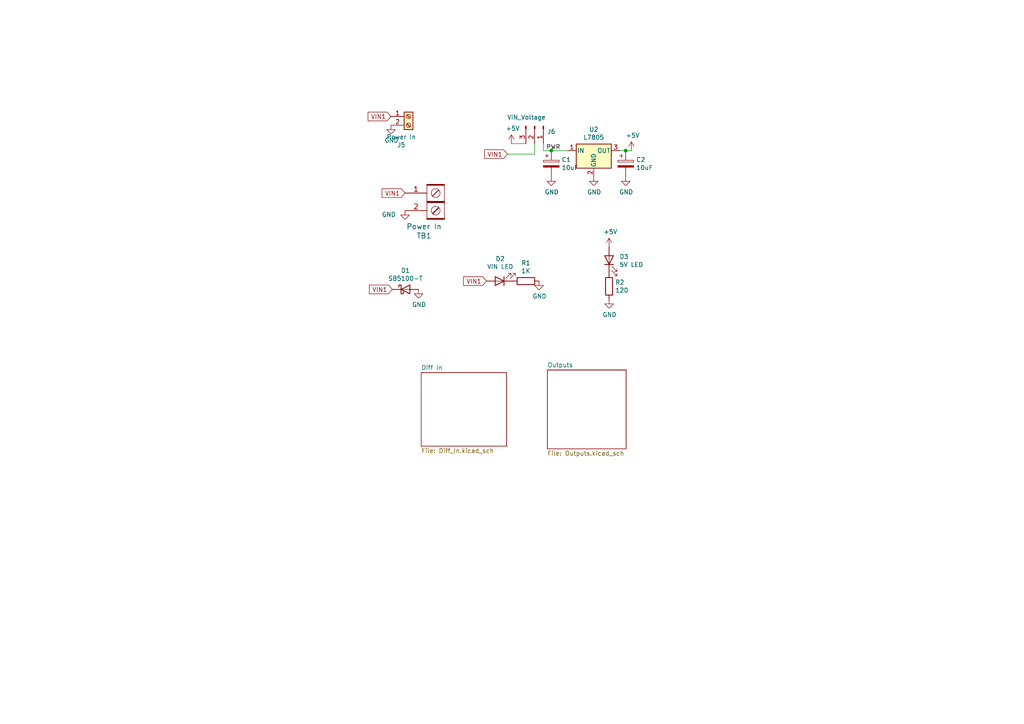
<source format=kicad_sch>
(kicad_sch (version 20211123) (generator eeschema)
  (paper "A4")
  (title_block (title "Receiver Out") (date "2019-12-31") (rev "v1") (company "Scott Hanson"))
  (lib_symbols
    (symbol "Barrier_Blocks:BARRIER_BLOCK_1ROW_2POS" (pin_names (offset 1.016) hide)
      (property "Reference" "TB" (at 0.127 -6.731 0))
      (property "Value" "BARRIER_BLOCK_1ROW_2POS" (at 0.254 6.35 0))
      (symbol "BARRIER_BLOCK_1ROW_2POS_0_1"
        (rectangle (start -2.54 5.08) (end 2.54 -5.08))
        (circle (center 0 -2.54) (radius 1.27))
        (polyline (pts (xy -2.54 -4.699) (xy -2.54 -5.08) (xy 2.54 -5.08) (xy 2.54 -4.699)) (fill (type outline)))
        (polyline (pts (xy -2.54 0.254) (xy -2.54 -0.254) (xy 2.54 -0.254) (xy 2.54 0.254)) (fill (type outline)))
        (polyline (pts (xy -2.54 4.699) (xy -2.54 5.08) (xy 2.54 5.08) (xy 2.54 4.699)) (fill (type outline)))
        (polyline (pts (xy -0.8382 -3.5052) (xy -0.9652 -3.3782) (xy 0.8128 -1.6002) (xy 0.9652 -1.7018) (xy -0.8382 -3.5052)) (fill (type outline)))
        (polyline (pts (xy -0.8382 1.5748) (xy -0.9652 1.6764) (xy -0.0508 2.5908) (xy 0.8382 3.4798) (xy 0.9652 3.3528) (xy 0.9652 3.3528)) (fill (type outline)))
        (circle (center 0 2.54) (radius 1.27))
      )
      (symbol "BARRIER_BLOCK_1ROW_2POS_1_1"
        (pin passive line (at -8.89 2.54 0) (length 6.35) (name "P1") (number "1"))
        (pin passive line (at -8.89 -2.54 0) (length 6.35) (name "P2") (number "2"))
      )
    )
    (symbol "Connector:Conn_01x03_Male" (pin_names (offset 1.016) hide)
      (property "Reference" "J" (at 0 5.08 0))
      (property "Value" "Conn_01x03_Male" (at 0 -5.08 0))
      (symbol "Conn_01x03_Male_1_1"
        (polyline (pts (xy 1.27 -2.54) (xy 0.8636 -2.54)) (stroke (width 0.1524)))
        (polyline (pts (xy 1.27 0) (xy 0.8636 0)) (stroke (width 0.1524)))
        (polyline (pts (xy 1.27 2.54) (xy 0.8636 2.54)) (stroke (width 0.1524)))
        (rectangle (start 0.8636 -2.413) (end 0 -2.667) (stroke (width 0.1524)) (fill (type outline)))
        (rectangle (start 0.8636 0.127) (end 0 -0.127) (stroke (width 0.1524)) (fill (type outline)))
        (rectangle (start 0.8636 2.667) (end 0 2.413) (stroke (width 0.1524)) (fill (type outline)))
        (pin passive line (at 5.08 2.54 180) (length 3.81) (name "Pin_1") (number "1"))
        (pin passive line (at 5.08 0 180) (length 3.81) (name "Pin_2") (number "2"))
        (pin passive line (at 5.08 -2.54 180) (length 3.81) (name "Pin_3") (number "3"))
      )
    )
    (symbol "Connector:Screw_Terminal_01x02" (pin_names (offset 1.016) hide)
      (property "Reference" "J" (at 0 2.54 0))
      (property "Value" "Screw_Terminal_01x02" (at 0 -5.08 0))
      (symbol "Screw_Terminal_01x02_1_1"
        (rectangle (start -1.27 1.27) (end 1.27 -3.81) (stroke (width 0.254)) (fill (type background)))
        (circle (center 0 -2.54) (radius 0.635) (stroke (width 0.1524)))
        (polyline (pts (xy -0.5334 -2.2098) (xy 0.3302 -3.048)) (stroke (width 0.1524)))
        (polyline (pts (xy -0.5334 0.3302) (xy 0.3302 -0.508)) (stroke (width 0.1524)))
        (polyline (pts (xy -0.3556 -2.032) (xy 0.508 -2.8702)) (stroke (width 0.1524)))
        (polyline (pts (xy -0.3556 0.508) (xy 0.508 -0.3302)) (stroke (width 0.1524)))
        (circle (center 0 0) (radius 0.635) (stroke (width 0.1524)))
        (pin passive line (at -5.08 0 0) (length 3.81) (name "Pin_1") (number "1"))
        (pin passive line (at -5.08 -2.54 0) (length 3.81) (name "Pin_2") (number "2"))
      )
    )
    (symbol "Device:D_Schottky" (pin_numbers hide) (pin_names (offset 1.016) hide)
      (property "Reference" "D" (at 0 2.54 0))
      (property "Value" "D_Schottky" (at 0 -2.54 0))
      (symbol "D_Schottky_0_1"
        (polyline (pts (xy 1.27 0) (xy -1.27 0)))
        (polyline (pts (xy 1.27 1.27) (xy 1.27 -1.27) (xy -1.27 0) (xy 1.27 1.27)) (stroke (width 0.254)))
        (polyline (pts (xy -1.905 0.635) (xy -1.905 1.27) (xy -1.27 1.27) (xy -1.27 -1.27) (xy -0.635 -1.27) (xy -0.635 -0.635)) (stroke (width 0.254)))
      )
      (symbol "D_Schottky_1_1"
        (pin passive line (at -3.81 0 0) (length 2.54) (name "K") (number "1"))
        (pin passive line (at 3.81 0 180) (length 2.54) (name "A") (number "2"))
      )
    )
    (symbol "Device:LED" (pin_numbers hide) (pin_names (offset 1.016) hide)
      (property "Reference" "D" (at 0 2.54 0))
      (property "Value" "LED" (at 0 -2.54 0))
      (symbol "LED_0_1"
        (polyline (pts (xy -1.27 -1.27) (xy -1.27 1.27)) (stroke (width 0.254)))
        (polyline (pts (xy -1.27 0) (xy 1.27 0)))
        (polyline (pts (xy 1.27 -1.27) (xy 1.27 1.27) (xy -1.27 0) (xy 1.27 -1.27)) (stroke (width 0.254)))
        (polyline (pts (xy -3.048 -0.762) (xy -4.572 -2.286) (xy -3.81 -2.286) (xy -4.572 -2.286) (xy -4.572 -1.524)))
        (polyline (pts (xy -1.778 -0.762) (xy -3.302 -2.286) (xy -2.54 -2.286) (xy -3.302 -2.286) (xy -3.302 -1.524)))
      )
      (symbol "LED_1_1"
        (pin passive line (at -3.81 0 0) (length 2.54) (name "K") (number "1"))
        (pin passive line (at 3.81 0 180) (length 2.54) (name "A") (number "2"))
      )
    )
    (symbol "Device:R" (pin_numbers hide) (pin_names (offset 0))
      (property "Reference" "R" (at 2.032 0 90))
      (property "Value" "R" (at 0 0 90))
      (symbol "R_0_1"
        (rectangle (start -1.016 -2.54) (end 1.016 2.54) (stroke (width 0.254)))
      )
      (symbol "R_1_1"
        (pin passive line (at 0 3.81 270) (length 1.27) (name "~") (number "1"))
        (pin passive line (at 0 -3.81 90) (length 1.27) (name "~") (number "2"))
      )
    )
    (symbol "Receiver_Out-rescue:CP-Device" (pin_numbers hide) (pin_names (offset 0.254))
      (property "Reference" "C" (at 0.635 2.54 0))
      (property "Value" "CP-Device" (at 0.635 -2.54 0))
      (symbol "CP-Device_0_1"
        (rectangle (start -2.286 0.508) (end 2.286 1.016))
        (polyline (pts (xy -1.778 2.286) (xy -0.762 2.286)))
        (polyline (pts (xy -1.27 2.794) (xy -1.27 1.778)))
        (rectangle (start 2.286 -0.508) (end -2.286 -1.016) (fill (type outline)))
      )
      (symbol "CP-Device_1_1"
        (pin passive line (at 0 3.81 270) (length 2.794) (name "~") (number "1"))
        (pin passive line (at 0 -3.81 90) (length 2.794) (name "~") (number "2"))
      )
    )
    (symbol "Regulator_Linear:L7805" (pin_names (offset 0.254))
      (property "Reference" "U" (at -3.81 3.175 0))
      (property "Value" "L7805" (at 0 3.175 0))
      (symbol "L7805_0_1"
        (rectangle (start -5.08 1.905) (end 5.08 -5.08) (stroke (width 0.254)) (fill (type background)))
      )
      (symbol "L7805_1_1"
        (pin power_in line (at -7.62 0 0) (length 2.54) (name "IN") (number "1"))
        (pin power_in line (at 0 -7.62 90) (length 2.54) (name "GND") (number "2"))
        (pin power_out line (at 7.62 0 180) (length 2.54) (name "OUT") (number "3"))
      )
    )
    (symbol "power:+5V" (power) (pin_names (offset 0))
      (property "Value" "+5V" (at 0 3.556 0))
      (symbol "+5V_0_1"
        (polyline (pts (xy -0.762 1.27) (xy 0 2.54)))
        (polyline (pts (xy 0 0) (xy 0 2.54)))
        (polyline (pts (xy 0 2.54) (xy 0.762 1.27)))
      )
      (symbol "+5V_1_1"
        (pin power_in line (at 0 0 90) (length 0) hide (name "+5V") (number "1"))
      )
    )
    (symbol "power:GND" (power) (pin_names (offset 0))
      (property "Value" "GND" (at 0 -3.81 0))
      (symbol "GND_0_1"
        (polyline (pts (xy 0 0) (xy 0 -1.27) (xy 1.27 -1.27) (xy 0 -2.54) (xy -1.27 -1.27) (xy 0 -1.27)))
      )
      (symbol "GND_1_1"
        (pin power_in line (at 0 0 270) (length 0) hide (name "GND") (number "1"))
      )
    )
  )
  (junction (at 159.893 43.688))
  (junction (at 181.483 43.688))
  (wire (pts (xy 181.483 43.688) (xy 183.134 43.688)))
  (wire (pts (xy 152.527 41.656) (xy 148.336 41.656)))
  (wire (pts (xy 164.592 43.688) (xy 159.893 43.688)))
  (wire (pts (xy 147.193 44.704) (xy 155.067 44.704)))
  (wire (pts (xy 157.607 43.688) (xy 157.607 41.656)))
  (wire (pts (xy 179.832 43.688) (xy 181.483 43.688)))
  (wire (pts (xy 155.067 44.704) (xy 155.067 41.656)))
  (wire (pts (xy 159.893 43.688) (xy 157.607 43.688)))
  (label "PWR" (at 158.369 43.688 0))
  (global_label "VIN1" (shape input) (at 113.411 33.782 180) (property "Intersheet References" "${INTERSHEET_REFS}" (effects hide)))
  (global_label "VIN1" (shape input) (at 141.097 81.534 180) (property "Intersheet References" "${INTERSHEET_REFS}" (effects hide)))
  (global_label "VIN1" (shape input) (at 117.475 56.007 180) (property "Intersheet References" "${INTERSHEET_REFS}" (effects hide)))
  (global_label "VIN1" (shape input) (at 113.792 83.947 180) (property "Intersheet References" "${INTERSHEET_REFS}" (effects hide)))
  (global_label "VIN1" (shape input) (at 147.193 44.704 180) (property "Intersheet References" "${INTERSHEET_REFS}" (effects hide)))
  (symbol (lib_id "Device:LED") (at 144.907 81.534 180) (unit 1)
    (property "Reference" "D2" (at 145.0848 75.057 0))
    (property "Value" "VIN LED" (at 145.0848 77.3684 0))
    (property "Footprint" "LED_THT:LED_D3.0mm_Clear" (effects hide))
    (property "Digi-Key_PN" "754-1217-ND" (effects hide))
    (property "MPN" "WP3A8GD" (effects hide))
  )
  (symbol (lib_id "Device:R") (at 152.527 81.534 270) (unit 1)
    (property "Reference" "R1" (at 152.527 76.2762 90))
    (property "Value" "1K" (at 152.527 78.5876 90))
    (property "Footprint" "Resistor_THT:R_Axial_DIN0207_L6.3mm_D2.5mm_P7.62mm_Horizontal" (effects hide))
    (property "Digi-Key_PN" "CF14JT1K00CT-ND" (effects hide))
    (property "MPN" "CF14JT1K00" (effects hide))
  )
  (symbol (lib_id "power:GND") (at 156.337 81.534 0) (unit 1)
    (property "Reference" "#PWR03" (effects hide))
    (property "Value" "GND" (at 156.464 85.9282 0))
  )
  (symbol (lib_id "Device:R") (at 176.657 83.058 180) (unit 1)
    (property "Reference" "R2" (at 178.435 81.8896 0) (effects (justify right)))
    (property "Value" "120" (at 178.435 84.201 0) (effects (justify right)))
    (property "Footprint" "Resistor_THT:R_Axial_DIN0207_L6.3mm_D2.5mm_P7.62mm_Horizontal" (effects hide))
    (property "Digi-Key_PN" "CF14JT120RCT-ND" (effects hide))
    (property "MPN" "CF14JT120R" (effects hide))
  )
  (symbol (lib_id "Device:LED") (at 176.657 75.438 90) (unit 1)
    (property "Reference" "D3" (at 179.6288 74.4474 90) (effects (justify right)))
    (property "Value" "5V LED" (at 179.6288 76.7588 90) (effects (justify right)))
    (property "Footprint" "LED_THT:LED_D3.0mm_Clear" (effects hide))
    (property "Digi-Key_PN" "754-1217-ND" (effects hide))
    (property "MPN" "WP3A8GD" (effects hide))
  )
  (symbol (lib_id "power:+5V") (at 176.657 71.628 0) (unit 1)
    (property "Reference" "#PWR04" (effects hide))
    (property "Value" "+5V" (at 177.038 67.2338 0))
  )
  (symbol (lib_id "power:GND") (at 176.657 86.868 0) (unit 1)
    (property "Reference" "#PWR05" (effects hide))
    (property "Value" "GND" (at 176.784 91.2622 0))
  )
  (symbol (lib_id "Barrier_Blocks:BARRIER_BLOCK_1ROW_2POS") (at 126.365 58.547 0) (unit 1)
    (property "Reference" "TB1" (at 122.9868 68.3768 0) (effects (font (size 1.524 1.524))))
    (property "Value" "Power In" (at 122.9868 65.6844 0) (effects (font (size 1.524 1.524))))
    (property "Footprint" "Barrier_Blocks:BARRIER_BLOCK_1ROW_2POS" (effects hide))
    (property "Digi-Key_PN" "A98472-ND" (effects hide))
    (property "MPN" "4DB-P108-02" (effects hide))
  )
  (symbol (lib_id "power:GND") (at 117.475 61.087 0) (unit 1)
    (property "Reference" "#PWR0107" (effects hide))
    (property "Value" "GND" (at 112.776 62.23 0))
  )
  (symbol (lib_id "Connector:Screw_Terminal_01x02") (at 118.491 33.782 0) (unit 1)
    (property "Reference" "J5" (at 116.4082 42.037 0))
    (property "Value" "Power In" (at 116.4082 39.7256 0))
    (property "Footprint" "TerminalBlock_MetzConnect:TerminalBlock_MetzConnect_Type701_RT11L02HGLU_1x02_P6.35mm_Horizontal" (effects hide))
    (property "Digi-Key_PN" "ED2675-ND" (effects hide))
    (property "MPN" "OSTT7020150" (effects hide))
  )
  (symbol (lib_id "power:GND") (at 113.411 36.322 0) (unit 1)
    (property "Reference" "#PWR01" (effects hide))
    (property "Value" "GND" (at 113.538 40.7162 0))
  )
  (symbol (lib_id "Regulator_Linear:L7805") (at 172.212 43.688 0) (unit 1)
    (property "Reference" "U2" (at 172.212 37.5412 0))
    (property "Value" "L7805" (at 172.212 39.8526 0))
    (property "Footprint" "Package_TO_SOT_THT:TO-220-3_Vertical" (effects hide))
    (property "Datasheet" "http://www.st.com/content/ccc/resource/technical/document/datasheet/41/4f/b3/b0/12/d4/47/88/CD00000444.pdf/files/CD00000444.pdf/jcr:content/translations/en.CD00000444.pdf" (effects hide))
    (property "Digi-Key_PN" "MC7805CTGOS-ND" (effects hide))
    (property "MPN" "MC7805CTG" (effects hide))
  )
  (symbol (lib_id "Receiver_Out-rescue:CP-Device") (at 159.893 47.498 0) (unit 1)
    (property "Reference" "C1" (at 162.8902 46.3296 0) (effects (justify left)))
    (property "Value" "10uF" (at 162.8902 48.641 0) (effects (justify left)))
    (property "Footprint" "Capacitor_THT:CP_Radial_D5.0mm_P2.00mm" (effects hide))
    (property "Digi-Key_PN" "493-1103-ND" (effects hide))
    (property "MPN" "UVR1H100MDD" (effects hide))
  )
  (symbol (lib_id "Receiver_Out-rescue:CP-Device") (at 181.483 47.498 0) (unit 1)
    (property "Reference" "C2" (at 184.4802 46.3296 0) (effects (justify left)))
    (property "Value" "10uF" (at 184.4802 48.641 0) (effects (justify left)))
    (property "Footprint" "Capacitor_THT:CP_Radial_D5.0mm_P2.00mm" (effects hide))
    (property "Digi-Key_PN" "493-1103-ND" (effects hide))
    (property "MPN" "UVR1H100MDD" (effects hide))
  )
  (symbol (lib_id "power:GND") (at 172.212 51.308 0) (unit 1)
    (property "Reference" "#PWR020" (effects hide))
    (property "Value" "GND" (at 172.339 55.7022 0))
  )
  (symbol (lib_id "power:GND") (at 181.483 51.308 0) (unit 1)
    (property "Reference" "#PWR021" (effects hide))
    (property "Value" "GND" (at 181.61 55.7022 0))
  )
  (symbol (lib_id "power:GND") (at 159.893 51.308 0) (unit 1)
    (property "Reference" "#PWR019" (effects hide))
    (property "Value" "GND" (at 160.02 55.7022 0))
  )
  (symbol (lib_id "power:+5V") (at 183.134 43.688 0) (unit 1)
    (property "Reference" "#PWR022" (effects hide))
    (property "Value" "+5V" (at 183.515 39.2938 0))
  )
  (symbol (lib_id "Connector:Conn_01x03_Male") (at 155.067 36.576 270) (unit 1)
    (property "Reference" "J6" (at 158.7246 38.1508 90) (effects (justify left)))
    (property "Value" "VIN_Voltage" (at 147.066 34.036 90) (effects (justify left)))
    (property "Footprint" "Connector_PinHeader_2.54mm:PinHeader_1x03_P2.54mm_Vertical" (effects hide))
    (property "Digi-Key_PN" "732-5316-ND" (effects hide))
    (property "MPN" "61300311121" (effects hide))
  )
  (symbol (lib_id "power:+5V") (at 148.336 41.656 0) (unit 1)
    (property "Reference" "#PWR02" (effects hide))
    (property "Value" "+5V" (at 148.717 37.2618 0))
  )
  (symbol (lib_id "power:GND") (at 121.412 83.947 0) (unit 1)
    (property "Reference" "#PWR06" (effects hide))
    (property "Value" "GND" (at 121.539 88.3412 0))
  )
  (symbol (lib_id "Device:D_Schottky") (at 117.602 83.947 0) (unit 1)
    (property "Reference" "D1" (at 117.602 78.4606 0))
    (property "Value" "SB5100-T" (at 117.602 80.772 0))
    (property "Footprint" "Diode_THT:D_DO-201AD_P12.70mm_Horizontal" (effects hide))
    (property "Digi-Key_PN" "SB5100DICT-ND" (effects hide))
    (property "MPN" "SB5100-T" (effects hide))
  )
  (sheet (at 158.75 107.315) (size 22.86 22.86)
    (property "Sheet name" "Outputs" (at 158.75 106.6034 0) (effects (justify left bottom)))
    (property "Sheet file" "Outputs.kicad_sch" (at 158.75 130.7596 0) (effects (justify left top)))
  )
  (sheet (at 122.174 108.077) (size 24.765 21.336)
    (property "Sheet name" "Diff In" (at 122.174 107.3654 0) (effects (justify left bottom)))
    (property "Sheet file" "Diff_In.kicad_sch" (at 122.174 129.9976 0) (effects (justify left top)))
  )
)
</source>
